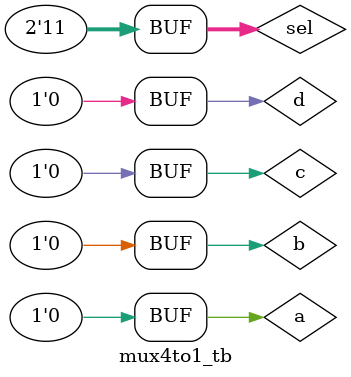
<source format=v>
module mux4to1(
    input a,
    input b,
    input c,
    input d,
    input [1:0] sel,
    output reg out
);
    always @(*) begin
        case(sel)
            2'b00 : out = a;
            2'b01 : out = b;
            2'b10 : out = c;
            2'b11 : out = d;
            default: out = 1'b0; 
        endcase    
    end
endmodule
//testbench
module mux4to1_tb;
    wire out;
    reg a;
    reg b;
    reg c;
    reg d;
    reg [1:0] sel;
    mux4to1 mux(.a(a), .b(b), .c(c), .d(d), .sel(sel), .out(out));
initial begin
$dumpfile("waves.vcd");
$dumpvars();
$monitor("a=%b, b=%b, c=%b, d=%b, sel=%b, out=%b", a, b, c, d, sel, out);

       
        a = 0; b = 0; c = 0; d = 0; sel = 2'b00;

        #0    a = 1'b1; sel = 2'b00;
        #50   a = 0;

        #100  b = 1'b1; sel = 2'b01;
        #50   b = 0;

        #100  c = 1'b1; sel = 2'b10;
        #50   c = 0;

        #100  d = 1'b1; sel = 2'b11;
        #50   d = 0;
    end
endmodule

</source>
